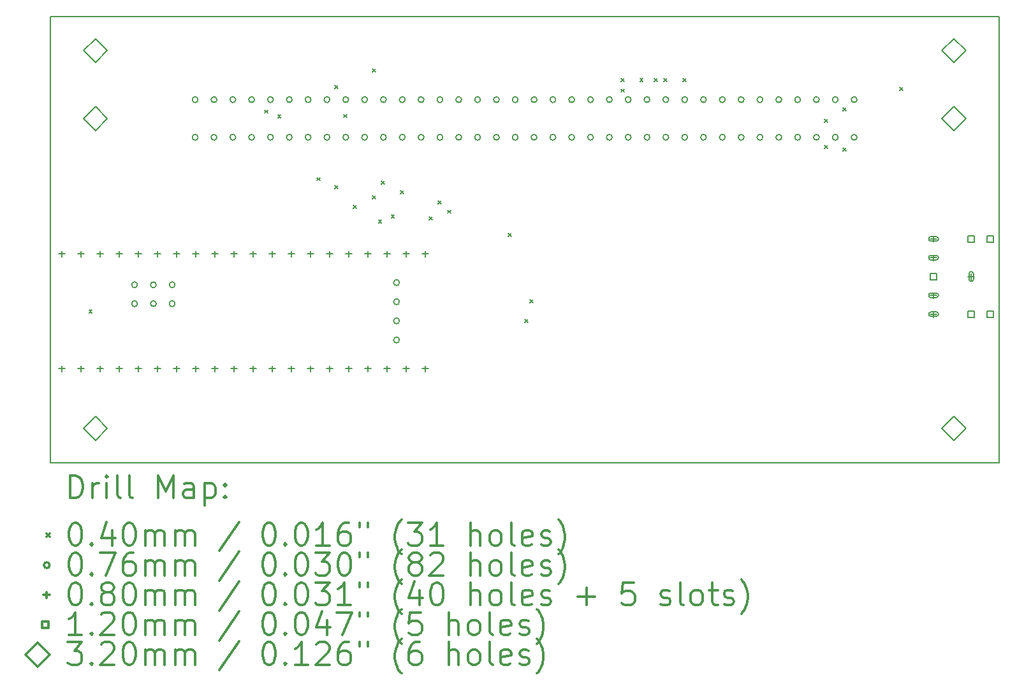
<source format=gbr>
%FSLAX45Y45*%
G04 Gerber Fmt 4.5, Leading zero omitted, Abs format (unit mm)*
G04 Created by KiCad (PCBNEW 4.0.4-stable) date 12/28/18 13:00:24*
%MOMM*%
%LPD*%
G01*
G04 APERTURE LIST*
%ADD10C,0.127000*%
%ADD11C,0.150000*%
%ADD12C,0.200000*%
%ADD13C,0.300000*%
G04 APERTURE END LIST*
D10*
D11*
X21150000Y-15070000D02*
X21150000Y-9150000D01*
X8550000Y-15070000D02*
X8550000Y-9150000D01*
X8550000Y-9150000D02*
X21150000Y-9150000D01*
X8550000Y-15070000D02*
X21150000Y-15070000D01*
D12*
X9065000Y-13042500D02*
X9105000Y-13082500D01*
X9105000Y-13042500D02*
X9065000Y-13082500D01*
X11400000Y-10390000D02*
X11440000Y-10430000D01*
X11440000Y-10390000D02*
X11400000Y-10430000D01*
X11573159Y-10450701D02*
X11613159Y-10490701D01*
X11613159Y-10450701D02*
X11573159Y-10490701D01*
X12094195Y-11285805D02*
X12134195Y-11325805D01*
X12134195Y-11285805D02*
X12094195Y-11325805D01*
X12330000Y-10060000D02*
X12370000Y-10100000D01*
X12370000Y-10060000D02*
X12330000Y-10100000D01*
X12331694Y-11395002D02*
X12371694Y-11435002D01*
X12371694Y-11395002D02*
X12331694Y-11435002D01*
X12450000Y-10447497D02*
X12490000Y-10487497D01*
X12490000Y-10447497D02*
X12450000Y-10487497D01*
X12575805Y-11655805D02*
X12615805Y-11695805D01*
X12615805Y-11655805D02*
X12575805Y-11695805D01*
X12830000Y-9840770D02*
X12870000Y-9880770D01*
X12870000Y-9840770D02*
X12830000Y-9880770D01*
X12830213Y-11527499D02*
X12870213Y-11567499D01*
X12870213Y-11527499D02*
X12830213Y-11567499D01*
X12910000Y-11852501D02*
X12950000Y-11892501D01*
X12950000Y-11852501D02*
X12910000Y-11892501D01*
X12950000Y-11332501D02*
X12990000Y-11372501D01*
X12990000Y-11332501D02*
X12950000Y-11372501D01*
X13080000Y-11780000D02*
X13120000Y-11820000D01*
X13120000Y-11780000D02*
X13080000Y-11820000D01*
X13200000Y-11460000D02*
X13240000Y-11500000D01*
X13240000Y-11460000D02*
X13200000Y-11500000D01*
X13580000Y-11810000D02*
X13620000Y-11850000D01*
X13620000Y-11810000D02*
X13580000Y-11850000D01*
X13700000Y-11592496D02*
X13740000Y-11632496D01*
X13740000Y-11592496D02*
X13700000Y-11632496D01*
X13830000Y-11717498D02*
X13870000Y-11757498D01*
X13870000Y-11717498D02*
X13830000Y-11757498D01*
X14630000Y-12025001D02*
X14670000Y-12065001D01*
X14670000Y-12025001D02*
X14630000Y-12065001D01*
X14852501Y-13170000D02*
X14892501Y-13210000D01*
X14892501Y-13170000D02*
X14852501Y-13210000D01*
X14920000Y-12910000D02*
X14960000Y-12950000D01*
X14960000Y-12910000D02*
X14920000Y-12950000D01*
X16130000Y-9970000D02*
X16170000Y-10010000D01*
X16170000Y-9970000D02*
X16130000Y-10010000D01*
X16130000Y-10110000D02*
X16170000Y-10150000D01*
X16170000Y-10110000D02*
X16130000Y-10150000D01*
X16380000Y-9969999D02*
X16420000Y-10009999D01*
X16420000Y-9969999D02*
X16380000Y-10009999D01*
X16570000Y-9970000D02*
X16610000Y-10010000D01*
X16610000Y-9970000D02*
X16570000Y-10010000D01*
X16700000Y-9970000D02*
X16740000Y-10010000D01*
X16740000Y-9970000D02*
X16700000Y-10010000D01*
X16950000Y-9970000D02*
X16990000Y-10010000D01*
X16990000Y-9970000D02*
X16950000Y-10010000D01*
X18830000Y-10510000D02*
X18870000Y-10550000D01*
X18870000Y-10510000D02*
X18830000Y-10550000D01*
X18830000Y-10860000D02*
X18870000Y-10900000D01*
X18870000Y-10860000D02*
X18830000Y-10900000D01*
X19080000Y-10357500D02*
X19120000Y-10397500D01*
X19120000Y-10357500D02*
X19080000Y-10397500D01*
X19080000Y-10890000D02*
X19120000Y-10930000D01*
X19120000Y-10890000D02*
X19080000Y-10930000D01*
X19830000Y-10090000D02*
X19870000Y-10130000D01*
X19870000Y-10090000D02*
X19830000Y-10130000D01*
X9708100Y-12710000D02*
G75*
G03X9708100Y-12710000I-38100J0D01*
G01*
X9708100Y-12960000D02*
G75*
G03X9708100Y-12960000I-38100J0D01*
G01*
X9958100Y-12710000D02*
G75*
G03X9958100Y-12710000I-38100J0D01*
G01*
X9958100Y-12960000D02*
G75*
G03X9958100Y-12960000I-38100J0D01*
G01*
X10208100Y-12710000D02*
G75*
G03X10208100Y-12710000I-38100J0D01*
G01*
X10208100Y-12960000D02*
G75*
G03X10208100Y-12960000I-38100J0D01*
G01*
X10513210Y-10250360D02*
G75*
G03X10513210Y-10250360I-38100J0D01*
G01*
X10513210Y-10750360D02*
G75*
G03X10513210Y-10750360I-38100J0D01*
G01*
X10763210Y-10250360D02*
G75*
G03X10763210Y-10250360I-38100J0D01*
G01*
X10763210Y-10750360D02*
G75*
G03X10763210Y-10750360I-38100J0D01*
G01*
X11013210Y-10250360D02*
G75*
G03X11013210Y-10250360I-38100J0D01*
G01*
X11013210Y-10750360D02*
G75*
G03X11013210Y-10750360I-38100J0D01*
G01*
X11263210Y-10250360D02*
G75*
G03X11263210Y-10250360I-38100J0D01*
G01*
X11263210Y-10750360D02*
G75*
G03X11263210Y-10750360I-38100J0D01*
G01*
X11513210Y-10250360D02*
G75*
G03X11513210Y-10250360I-38100J0D01*
G01*
X11513210Y-10750360D02*
G75*
G03X11513210Y-10750360I-38100J0D01*
G01*
X11763210Y-10250360D02*
G75*
G03X11763210Y-10250360I-38100J0D01*
G01*
X11763210Y-10750360D02*
G75*
G03X11763210Y-10750360I-38100J0D01*
G01*
X12013210Y-10250360D02*
G75*
G03X12013210Y-10250360I-38100J0D01*
G01*
X12013210Y-10750360D02*
G75*
G03X12013210Y-10750360I-38100J0D01*
G01*
X12263210Y-10250360D02*
G75*
G03X12263210Y-10250360I-38100J0D01*
G01*
X12263210Y-10750360D02*
G75*
G03X12263210Y-10750360I-38100J0D01*
G01*
X12513210Y-10250360D02*
G75*
G03X12513210Y-10250360I-38100J0D01*
G01*
X12513210Y-10750360D02*
G75*
G03X12513210Y-10750360I-38100J0D01*
G01*
X12763210Y-10250360D02*
G75*
G03X12763210Y-10250360I-38100J0D01*
G01*
X12763210Y-10750360D02*
G75*
G03X12763210Y-10750360I-38100J0D01*
G01*
X13013210Y-10250360D02*
G75*
G03X13013210Y-10250360I-38100J0D01*
G01*
X13013210Y-10750360D02*
G75*
G03X13013210Y-10750360I-38100J0D01*
G01*
X13187100Y-12681000D02*
G75*
G03X13187100Y-12681000I-38100J0D01*
G01*
X13187100Y-12935000D02*
G75*
G03X13187100Y-12935000I-38100J0D01*
G01*
X13187100Y-13189000D02*
G75*
G03X13187100Y-13189000I-38100J0D01*
G01*
X13187100Y-13443000D02*
G75*
G03X13187100Y-13443000I-38100J0D01*
G01*
X13263210Y-10250360D02*
G75*
G03X13263210Y-10250360I-38100J0D01*
G01*
X13263210Y-10750360D02*
G75*
G03X13263210Y-10750360I-38100J0D01*
G01*
X13513210Y-10250360D02*
G75*
G03X13513210Y-10250360I-38100J0D01*
G01*
X13513210Y-10750360D02*
G75*
G03X13513210Y-10750360I-38100J0D01*
G01*
X13763210Y-10250360D02*
G75*
G03X13763210Y-10250360I-38100J0D01*
G01*
X13763210Y-10750360D02*
G75*
G03X13763210Y-10750360I-38100J0D01*
G01*
X14013210Y-10250360D02*
G75*
G03X14013210Y-10250360I-38100J0D01*
G01*
X14013210Y-10750360D02*
G75*
G03X14013210Y-10750360I-38100J0D01*
G01*
X14263210Y-10250360D02*
G75*
G03X14263210Y-10250360I-38100J0D01*
G01*
X14263210Y-10750360D02*
G75*
G03X14263210Y-10750360I-38100J0D01*
G01*
X14513210Y-10250360D02*
G75*
G03X14513210Y-10250360I-38100J0D01*
G01*
X14513210Y-10750360D02*
G75*
G03X14513210Y-10750360I-38100J0D01*
G01*
X14763210Y-10250360D02*
G75*
G03X14763210Y-10250360I-38100J0D01*
G01*
X14763210Y-10750360D02*
G75*
G03X14763210Y-10750360I-38100J0D01*
G01*
X15013210Y-10250360D02*
G75*
G03X15013210Y-10250360I-38100J0D01*
G01*
X15013210Y-10750360D02*
G75*
G03X15013210Y-10750360I-38100J0D01*
G01*
X15263210Y-10250360D02*
G75*
G03X15263210Y-10250360I-38100J0D01*
G01*
X15263210Y-10750360D02*
G75*
G03X15263210Y-10750360I-38100J0D01*
G01*
X15513210Y-10250360D02*
G75*
G03X15513210Y-10250360I-38100J0D01*
G01*
X15513210Y-10750360D02*
G75*
G03X15513210Y-10750360I-38100J0D01*
G01*
X15763210Y-10250360D02*
G75*
G03X15763210Y-10250360I-38100J0D01*
G01*
X15763210Y-10750360D02*
G75*
G03X15763210Y-10750360I-38100J0D01*
G01*
X16013210Y-10250360D02*
G75*
G03X16013210Y-10250360I-38100J0D01*
G01*
X16013210Y-10750360D02*
G75*
G03X16013210Y-10750360I-38100J0D01*
G01*
X16263210Y-10250360D02*
G75*
G03X16263210Y-10250360I-38100J0D01*
G01*
X16263210Y-10750360D02*
G75*
G03X16263210Y-10750360I-38100J0D01*
G01*
X16513210Y-10250360D02*
G75*
G03X16513210Y-10250360I-38100J0D01*
G01*
X16513210Y-10750360D02*
G75*
G03X16513210Y-10750360I-38100J0D01*
G01*
X16763210Y-10250360D02*
G75*
G03X16763210Y-10250360I-38100J0D01*
G01*
X16763210Y-10750360D02*
G75*
G03X16763210Y-10750360I-38100J0D01*
G01*
X17013210Y-10250360D02*
G75*
G03X17013210Y-10250360I-38100J0D01*
G01*
X17013210Y-10750360D02*
G75*
G03X17013210Y-10750360I-38100J0D01*
G01*
X17263210Y-10250360D02*
G75*
G03X17263210Y-10250360I-38100J0D01*
G01*
X17263210Y-10750360D02*
G75*
G03X17263210Y-10750360I-38100J0D01*
G01*
X17513210Y-10250360D02*
G75*
G03X17513210Y-10250360I-38100J0D01*
G01*
X17513210Y-10750360D02*
G75*
G03X17513210Y-10750360I-38100J0D01*
G01*
X17763210Y-10250360D02*
G75*
G03X17763210Y-10250360I-38100J0D01*
G01*
X17763210Y-10750360D02*
G75*
G03X17763210Y-10750360I-38100J0D01*
G01*
X18013210Y-10250360D02*
G75*
G03X18013210Y-10250360I-38100J0D01*
G01*
X18013210Y-10750360D02*
G75*
G03X18013210Y-10750360I-38100J0D01*
G01*
X18263210Y-10250360D02*
G75*
G03X18263210Y-10250360I-38100J0D01*
G01*
X18263210Y-10750360D02*
G75*
G03X18263210Y-10750360I-38100J0D01*
G01*
X18513210Y-10250360D02*
G75*
G03X18513210Y-10250360I-38100J0D01*
G01*
X18513210Y-10750360D02*
G75*
G03X18513210Y-10750360I-38100J0D01*
G01*
X18763210Y-10250360D02*
G75*
G03X18763210Y-10250360I-38100J0D01*
G01*
X18763210Y-10750360D02*
G75*
G03X18763210Y-10750360I-38100J0D01*
G01*
X19013210Y-10250360D02*
G75*
G03X19013210Y-10250360I-38100J0D01*
G01*
X19013210Y-10750360D02*
G75*
G03X19013210Y-10750360I-38100J0D01*
G01*
X19263210Y-10250360D02*
G75*
G03X19263210Y-10250360I-38100J0D01*
G01*
X19263210Y-10750360D02*
G75*
G03X19263210Y-10750360I-38100J0D01*
G01*
X8704000Y-12260000D02*
X8704000Y-12340000D01*
X8664000Y-12300000D02*
X8744000Y-12300000D01*
X8704000Y-13784000D02*
X8704000Y-13864000D01*
X8664000Y-13824000D02*
X8744000Y-13824000D01*
X8958000Y-12260000D02*
X8958000Y-12340000D01*
X8918000Y-12300000D02*
X8998000Y-12300000D01*
X8958000Y-13784000D02*
X8958000Y-13864000D01*
X8918000Y-13824000D02*
X8998000Y-13824000D01*
X9212000Y-12260000D02*
X9212000Y-12340000D01*
X9172000Y-12300000D02*
X9252000Y-12300000D01*
X9212000Y-13784000D02*
X9212000Y-13864000D01*
X9172000Y-13824000D02*
X9252000Y-13824000D01*
X9466000Y-12260000D02*
X9466000Y-12340000D01*
X9426000Y-12300000D02*
X9506000Y-12300000D01*
X9466000Y-13784000D02*
X9466000Y-13864000D01*
X9426000Y-13824000D02*
X9506000Y-13824000D01*
X9720000Y-12260000D02*
X9720000Y-12340000D01*
X9680000Y-12300000D02*
X9760000Y-12300000D01*
X9720000Y-13784000D02*
X9720000Y-13864000D01*
X9680000Y-13824000D02*
X9760000Y-13824000D01*
X9974000Y-12260000D02*
X9974000Y-12340000D01*
X9934000Y-12300000D02*
X10014000Y-12300000D01*
X9974000Y-13784000D02*
X9974000Y-13864000D01*
X9934000Y-13824000D02*
X10014000Y-13824000D01*
X10228000Y-12260000D02*
X10228000Y-12340000D01*
X10188000Y-12300000D02*
X10268000Y-12300000D01*
X10228000Y-13784000D02*
X10228000Y-13864000D01*
X10188000Y-13824000D02*
X10268000Y-13824000D01*
X10482000Y-12260000D02*
X10482000Y-12340000D01*
X10442000Y-12300000D02*
X10522000Y-12300000D01*
X10482000Y-13784000D02*
X10482000Y-13864000D01*
X10442000Y-13824000D02*
X10522000Y-13824000D01*
X10736000Y-12260000D02*
X10736000Y-12340000D01*
X10696000Y-12300000D02*
X10776000Y-12300000D01*
X10736000Y-13784000D02*
X10736000Y-13864000D01*
X10696000Y-13824000D02*
X10776000Y-13824000D01*
X10990000Y-12260000D02*
X10990000Y-12340000D01*
X10950000Y-12300000D02*
X11030000Y-12300000D01*
X10990000Y-13784000D02*
X10990000Y-13864000D01*
X10950000Y-13824000D02*
X11030000Y-13824000D01*
X11244000Y-12260000D02*
X11244000Y-12340000D01*
X11204000Y-12300000D02*
X11284000Y-12300000D01*
X11244000Y-13784000D02*
X11244000Y-13864000D01*
X11204000Y-13824000D02*
X11284000Y-13824000D01*
X11498000Y-12260000D02*
X11498000Y-12340000D01*
X11458000Y-12300000D02*
X11538000Y-12300000D01*
X11498000Y-13784000D02*
X11498000Y-13864000D01*
X11458000Y-13824000D02*
X11538000Y-13824000D01*
X11752000Y-12260000D02*
X11752000Y-12340000D01*
X11712000Y-12300000D02*
X11792000Y-12300000D01*
X11752000Y-13784000D02*
X11752000Y-13864000D01*
X11712000Y-13824000D02*
X11792000Y-13824000D01*
X12006000Y-12260000D02*
X12006000Y-12340000D01*
X11966000Y-12300000D02*
X12046000Y-12300000D01*
X12006000Y-13784000D02*
X12006000Y-13864000D01*
X11966000Y-13824000D02*
X12046000Y-13824000D01*
X12260000Y-12260000D02*
X12260000Y-12340000D01*
X12220000Y-12300000D02*
X12300000Y-12300000D01*
X12260000Y-13784000D02*
X12260000Y-13864000D01*
X12220000Y-13824000D02*
X12300000Y-13824000D01*
X12514000Y-12260000D02*
X12514000Y-12340000D01*
X12474000Y-12300000D02*
X12554000Y-12300000D01*
X12514000Y-13784000D02*
X12514000Y-13864000D01*
X12474000Y-13824000D02*
X12554000Y-13824000D01*
X12768000Y-12260000D02*
X12768000Y-12340000D01*
X12728000Y-12300000D02*
X12808000Y-12300000D01*
X12768000Y-13784000D02*
X12768000Y-13864000D01*
X12728000Y-13824000D02*
X12808000Y-13824000D01*
X13022000Y-12260000D02*
X13022000Y-12340000D01*
X12982000Y-12300000D02*
X13062000Y-12300000D01*
X13022000Y-13784000D02*
X13022000Y-13864000D01*
X12982000Y-13824000D02*
X13062000Y-13824000D01*
X13276000Y-12260000D02*
X13276000Y-12340000D01*
X13236000Y-12300000D02*
X13316000Y-12300000D01*
X13276000Y-13784000D02*
X13276000Y-13864000D01*
X13236000Y-13824000D02*
X13316000Y-13824000D01*
X13530000Y-12260000D02*
X13530000Y-12340000D01*
X13490000Y-12300000D02*
X13570000Y-12300000D01*
X13530000Y-13784000D02*
X13530000Y-13864000D01*
X13490000Y-13824000D02*
X13570000Y-13824000D01*
X20280000Y-12060000D02*
X20280000Y-12140000D01*
X20240000Y-12100000D02*
X20320000Y-12100000D01*
X20315000Y-12070000D02*
X20245000Y-12070000D01*
X20315000Y-12130000D02*
X20245000Y-12130000D01*
X20245000Y-12070000D02*
G75*
G03X20245000Y-12130000I0J-30000D01*
G01*
X20315000Y-12130000D02*
G75*
G03X20315000Y-12070000I0J30000D01*
G01*
X20280000Y-12310000D02*
X20280000Y-12390000D01*
X20240000Y-12350000D02*
X20320000Y-12350000D01*
X20315000Y-12320000D02*
X20245000Y-12320000D01*
X20315000Y-12380000D02*
X20245000Y-12380000D01*
X20245000Y-12320000D02*
G75*
G03X20245000Y-12380000I0J-30000D01*
G01*
X20315000Y-12380000D02*
G75*
G03X20315000Y-12320000I0J30000D01*
G01*
X20280000Y-12810000D02*
X20280000Y-12890000D01*
X20240000Y-12850000D02*
X20320000Y-12850000D01*
X20315000Y-12820000D02*
X20245000Y-12820000D01*
X20315000Y-12880000D02*
X20245000Y-12880000D01*
X20245000Y-12820000D02*
G75*
G03X20245000Y-12880000I0J-30000D01*
G01*
X20315000Y-12880000D02*
G75*
G03X20315000Y-12820000I0J30000D01*
G01*
X20280000Y-13060000D02*
X20280000Y-13140000D01*
X20240000Y-13100000D02*
X20320000Y-13100000D01*
X20315000Y-13070000D02*
X20245000Y-13070000D01*
X20315000Y-13130000D02*
X20245000Y-13130000D01*
X20245000Y-13070000D02*
G75*
G03X20245000Y-13130000I0J-30000D01*
G01*
X20315000Y-13130000D02*
G75*
G03X20315000Y-13070000I0J30000D01*
G01*
X20780000Y-12560000D02*
X20780000Y-12640000D01*
X20740000Y-12600000D02*
X20820000Y-12600000D01*
X20810000Y-12635000D02*
X20810000Y-12565000D01*
X20750000Y-12635000D02*
X20750000Y-12565000D01*
X20810000Y-12565000D02*
G75*
G03X20750000Y-12565000I-30000J0D01*
G01*
X20750000Y-12635000D02*
G75*
G03X20810000Y-12635000I30000J0D01*
G01*
X20322427Y-12642427D02*
X20322427Y-12557573D01*
X20237573Y-12557573D01*
X20237573Y-12642427D01*
X20322427Y-12642427D01*
X20822427Y-12142427D02*
X20822427Y-12057573D01*
X20737573Y-12057573D01*
X20737573Y-12142427D01*
X20822427Y-12142427D01*
X20822427Y-13142427D02*
X20822427Y-13057573D01*
X20737573Y-13057573D01*
X20737573Y-13142427D01*
X20822427Y-13142427D01*
X21072427Y-12142427D02*
X21072427Y-12057573D01*
X20987573Y-12057573D01*
X20987573Y-12142427D01*
X21072427Y-12142427D01*
X21072427Y-13142427D02*
X21072427Y-13057573D01*
X20987573Y-13057573D01*
X20987573Y-13142427D01*
X21072427Y-13142427D01*
X9150000Y-9760000D02*
X9310000Y-9600000D01*
X9150000Y-9440000D01*
X8990000Y-9600000D01*
X9150000Y-9760000D01*
X9150000Y-14780000D02*
X9310000Y-14620000D01*
X9150000Y-14460000D01*
X8990000Y-14620000D01*
X9150000Y-14780000D01*
X9150110Y-10660360D02*
X9310110Y-10500360D01*
X9150110Y-10340360D01*
X8990110Y-10500360D01*
X9150110Y-10660360D01*
X20550000Y-9760000D02*
X20710000Y-9600000D01*
X20550000Y-9440000D01*
X20390000Y-9600000D01*
X20550000Y-9760000D01*
X20550000Y-14780000D02*
X20710000Y-14620000D01*
X20550000Y-14460000D01*
X20390000Y-14620000D01*
X20550000Y-14780000D01*
X20550110Y-10660360D02*
X20710110Y-10500360D01*
X20550110Y-10340360D01*
X20390110Y-10500360D01*
X20550110Y-10660360D01*
D13*
X8813929Y-15543214D02*
X8813929Y-15243214D01*
X8885357Y-15243214D01*
X8928214Y-15257500D01*
X8956786Y-15286071D01*
X8971071Y-15314643D01*
X8985357Y-15371786D01*
X8985357Y-15414643D01*
X8971071Y-15471786D01*
X8956786Y-15500357D01*
X8928214Y-15528929D01*
X8885357Y-15543214D01*
X8813929Y-15543214D01*
X9113929Y-15543214D02*
X9113929Y-15343214D01*
X9113929Y-15400357D02*
X9128214Y-15371786D01*
X9142500Y-15357500D01*
X9171071Y-15343214D01*
X9199643Y-15343214D01*
X9299643Y-15543214D02*
X9299643Y-15343214D01*
X9299643Y-15243214D02*
X9285357Y-15257500D01*
X9299643Y-15271786D01*
X9313929Y-15257500D01*
X9299643Y-15243214D01*
X9299643Y-15271786D01*
X9485357Y-15543214D02*
X9456786Y-15528929D01*
X9442500Y-15500357D01*
X9442500Y-15243214D01*
X9642500Y-15543214D02*
X9613929Y-15528929D01*
X9599643Y-15500357D01*
X9599643Y-15243214D01*
X9985357Y-15543214D02*
X9985357Y-15243214D01*
X10085357Y-15457500D01*
X10185357Y-15243214D01*
X10185357Y-15543214D01*
X10456786Y-15543214D02*
X10456786Y-15386071D01*
X10442500Y-15357500D01*
X10413929Y-15343214D01*
X10356786Y-15343214D01*
X10328214Y-15357500D01*
X10456786Y-15528929D02*
X10428214Y-15543214D01*
X10356786Y-15543214D01*
X10328214Y-15528929D01*
X10313929Y-15500357D01*
X10313929Y-15471786D01*
X10328214Y-15443214D01*
X10356786Y-15428929D01*
X10428214Y-15428929D01*
X10456786Y-15414643D01*
X10599643Y-15343214D02*
X10599643Y-15643214D01*
X10599643Y-15357500D02*
X10628214Y-15343214D01*
X10685357Y-15343214D01*
X10713929Y-15357500D01*
X10728214Y-15371786D01*
X10742500Y-15400357D01*
X10742500Y-15486071D01*
X10728214Y-15514643D01*
X10713929Y-15528929D01*
X10685357Y-15543214D01*
X10628214Y-15543214D01*
X10599643Y-15528929D01*
X10871071Y-15514643D02*
X10885357Y-15528929D01*
X10871071Y-15543214D01*
X10856786Y-15528929D01*
X10871071Y-15514643D01*
X10871071Y-15543214D01*
X10871071Y-15357500D02*
X10885357Y-15371786D01*
X10871071Y-15386071D01*
X10856786Y-15371786D01*
X10871071Y-15357500D01*
X10871071Y-15386071D01*
X8502500Y-16017500D02*
X8542500Y-16057500D01*
X8542500Y-16017500D02*
X8502500Y-16057500D01*
X8871071Y-15873214D02*
X8899643Y-15873214D01*
X8928214Y-15887500D01*
X8942500Y-15901786D01*
X8956786Y-15930357D01*
X8971071Y-15987500D01*
X8971071Y-16058929D01*
X8956786Y-16116071D01*
X8942500Y-16144643D01*
X8928214Y-16158929D01*
X8899643Y-16173214D01*
X8871071Y-16173214D01*
X8842500Y-16158929D01*
X8828214Y-16144643D01*
X8813929Y-16116071D01*
X8799643Y-16058929D01*
X8799643Y-15987500D01*
X8813929Y-15930357D01*
X8828214Y-15901786D01*
X8842500Y-15887500D01*
X8871071Y-15873214D01*
X9099643Y-16144643D02*
X9113929Y-16158929D01*
X9099643Y-16173214D01*
X9085357Y-16158929D01*
X9099643Y-16144643D01*
X9099643Y-16173214D01*
X9371071Y-15973214D02*
X9371071Y-16173214D01*
X9299643Y-15858929D02*
X9228214Y-16073214D01*
X9413928Y-16073214D01*
X9585357Y-15873214D02*
X9613929Y-15873214D01*
X9642500Y-15887500D01*
X9656786Y-15901786D01*
X9671071Y-15930357D01*
X9685357Y-15987500D01*
X9685357Y-16058929D01*
X9671071Y-16116071D01*
X9656786Y-16144643D01*
X9642500Y-16158929D01*
X9613929Y-16173214D01*
X9585357Y-16173214D01*
X9556786Y-16158929D01*
X9542500Y-16144643D01*
X9528214Y-16116071D01*
X9513929Y-16058929D01*
X9513929Y-15987500D01*
X9528214Y-15930357D01*
X9542500Y-15901786D01*
X9556786Y-15887500D01*
X9585357Y-15873214D01*
X9813929Y-16173214D02*
X9813929Y-15973214D01*
X9813929Y-16001786D02*
X9828214Y-15987500D01*
X9856786Y-15973214D01*
X9899643Y-15973214D01*
X9928214Y-15987500D01*
X9942500Y-16016071D01*
X9942500Y-16173214D01*
X9942500Y-16016071D02*
X9956786Y-15987500D01*
X9985357Y-15973214D01*
X10028214Y-15973214D01*
X10056786Y-15987500D01*
X10071071Y-16016071D01*
X10071071Y-16173214D01*
X10213929Y-16173214D02*
X10213929Y-15973214D01*
X10213929Y-16001786D02*
X10228214Y-15987500D01*
X10256786Y-15973214D01*
X10299643Y-15973214D01*
X10328214Y-15987500D01*
X10342500Y-16016071D01*
X10342500Y-16173214D01*
X10342500Y-16016071D02*
X10356786Y-15987500D01*
X10385357Y-15973214D01*
X10428214Y-15973214D01*
X10456786Y-15987500D01*
X10471071Y-16016071D01*
X10471071Y-16173214D01*
X11056786Y-15858929D02*
X10799643Y-16244643D01*
X11442500Y-15873214D02*
X11471071Y-15873214D01*
X11499643Y-15887500D01*
X11513928Y-15901786D01*
X11528214Y-15930357D01*
X11542500Y-15987500D01*
X11542500Y-16058929D01*
X11528214Y-16116071D01*
X11513928Y-16144643D01*
X11499643Y-16158929D01*
X11471071Y-16173214D01*
X11442500Y-16173214D01*
X11413928Y-16158929D01*
X11399643Y-16144643D01*
X11385357Y-16116071D01*
X11371071Y-16058929D01*
X11371071Y-15987500D01*
X11385357Y-15930357D01*
X11399643Y-15901786D01*
X11413928Y-15887500D01*
X11442500Y-15873214D01*
X11671071Y-16144643D02*
X11685357Y-16158929D01*
X11671071Y-16173214D01*
X11656786Y-16158929D01*
X11671071Y-16144643D01*
X11671071Y-16173214D01*
X11871071Y-15873214D02*
X11899643Y-15873214D01*
X11928214Y-15887500D01*
X11942500Y-15901786D01*
X11956785Y-15930357D01*
X11971071Y-15987500D01*
X11971071Y-16058929D01*
X11956785Y-16116071D01*
X11942500Y-16144643D01*
X11928214Y-16158929D01*
X11899643Y-16173214D01*
X11871071Y-16173214D01*
X11842500Y-16158929D01*
X11828214Y-16144643D01*
X11813928Y-16116071D01*
X11799643Y-16058929D01*
X11799643Y-15987500D01*
X11813928Y-15930357D01*
X11828214Y-15901786D01*
X11842500Y-15887500D01*
X11871071Y-15873214D01*
X12256785Y-16173214D02*
X12085357Y-16173214D01*
X12171071Y-16173214D02*
X12171071Y-15873214D01*
X12142500Y-15916071D01*
X12113928Y-15944643D01*
X12085357Y-15958929D01*
X12513928Y-15873214D02*
X12456785Y-15873214D01*
X12428214Y-15887500D01*
X12413928Y-15901786D01*
X12385357Y-15944643D01*
X12371071Y-16001786D01*
X12371071Y-16116071D01*
X12385357Y-16144643D01*
X12399643Y-16158929D01*
X12428214Y-16173214D01*
X12485357Y-16173214D01*
X12513928Y-16158929D01*
X12528214Y-16144643D01*
X12542500Y-16116071D01*
X12542500Y-16044643D01*
X12528214Y-16016071D01*
X12513928Y-16001786D01*
X12485357Y-15987500D01*
X12428214Y-15987500D01*
X12399643Y-16001786D01*
X12385357Y-16016071D01*
X12371071Y-16044643D01*
X12656786Y-15873214D02*
X12656786Y-15930357D01*
X12771071Y-15873214D02*
X12771071Y-15930357D01*
X13213928Y-16287500D02*
X13199643Y-16273214D01*
X13171071Y-16230357D01*
X13156785Y-16201786D01*
X13142500Y-16158929D01*
X13128214Y-16087500D01*
X13128214Y-16030357D01*
X13142500Y-15958929D01*
X13156785Y-15916071D01*
X13171071Y-15887500D01*
X13199643Y-15844643D01*
X13213928Y-15830357D01*
X13299643Y-15873214D02*
X13485357Y-15873214D01*
X13385357Y-15987500D01*
X13428214Y-15987500D01*
X13456785Y-16001786D01*
X13471071Y-16016071D01*
X13485357Y-16044643D01*
X13485357Y-16116071D01*
X13471071Y-16144643D01*
X13456785Y-16158929D01*
X13428214Y-16173214D01*
X13342500Y-16173214D01*
X13313928Y-16158929D01*
X13299643Y-16144643D01*
X13771071Y-16173214D02*
X13599643Y-16173214D01*
X13685357Y-16173214D02*
X13685357Y-15873214D01*
X13656785Y-15916071D01*
X13628214Y-15944643D01*
X13599643Y-15958929D01*
X14128214Y-16173214D02*
X14128214Y-15873214D01*
X14256785Y-16173214D02*
X14256785Y-16016071D01*
X14242500Y-15987500D01*
X14213928Y-15973214D01*
X14171071Y-15973214D01*
X14142500Y-15987500D01*
X14128214Y-16001786D01*
X14442500Y-16173214D02*
X14413928Y-16158929D01*
X14399643Y-16144643D01*
X14385357Y-16116071D01*
X14385357Y-16030357D01*
X14399643Y-16001786D01*
X14413928Y-15987500D01*
X14442500Y-15973214D01*
X14485357Y-15973214D01*
X14513928Y-15987500D01*
X14528214Y-16001786D01*
X14542500Y-16030357D01*
X14542500Y-16116071D01*
X14528214Y-16144643D01*
X14513928Y-16158929D01*
X14485357Y-16173214D01*
X14442500Y-16173214D01*
X14713928Y-16173214D02*
X14685357Y-16158929D01*
X14671071Y-16130357D01*
X14671071Y-15873214D01*
X14942500Y-16158929D02*
X14913928Y-16173214D01*
X14856786Y-16173214D01*
X14828214Y-16158929D01*
X14813928Y-16130357D01*
X14813928Y-16016071D01*
X14828214Y-15987500D01*
X14856786Y-15973214D01*
X14913928Y-15973214D01*
X14942500Y-15987500D01*
X14956786Y-16016071D01*
X14956786Y-16044643D01*
X14813928Y-16073214D01*
X15071071Y-16158929D02*
X15099643Y-16173214D01*
X15156786Y-16173214D01*
X15185357Y-16158929D01*
X15199643Y-16130357D01*
X15199643Y-16116071D01*
X15185357Y-16087500D01*
X15156786Y-16073214D01*
X15113928Y-16073214D01*
X15085357Y-16058929D01*
X15071071Y-16030357D01*
X15071071Y-16016071D01*
X15085357Y-15987500D01*
X15113928Y-15973214D01*
X15156786Y-15973214D01*
X15185357Y-15987500D01*
X15299643Y-16287500D02*
X15313928Y-16273214D01*
X15342500Y-16230357D01*
X15356786Y-16201786D01*
X15371071Y-16158929D01*
X15385357Y-16087500D01*
X15385357Y-16030357D01*
X15371071Y-15958929D01*
X15356786Y-15916071D01*
X15342500Y-15887500D01*
X15313928Y-15844643D01*
X15299643Y-15830357D01*
X8542500Y-16433500D02*
G75*
G03X8542500Y-16433500I-38100J0D01*
G01*
X8871071Y-16269214D02*
X8899643Y-16269214D01*
X8928214Y-16283500D01*
X8942500Y-16297786D01*
X8956786Y-16326357D01*
X8971071Y-16383500D01*
X8971071Y-16454929D01*
X8956786Y-16512071D01*
X8942500Y-16540643D01*
X8928214Y-16554929D01*
X8899643Y-16569214D01*
X8871071Y-16569214D01*
X8842500Y-16554929D01*
X8828214Y-16540643D01*
X8813929Y-16512071D01*
X8799643Y-16454929D01*
X8799643Y-16383500D01*
X8813929Y-16326357D01*
X8828214Y-16297786D01*
X8842500Y-16283500D01*
X8871071Y-16269214D01*
X9099643Y-16540643D02*
X9113929Y-16554929D01*
X9099643Y-16569214D01*
X9085357Y-16554929D01*
X9099643Y-16540643D01*
X9099643Y-16569214D01*
X9213928Y-16269214D02*
X9413928Y-16269214D01*
X9285357Y-16569214D01*
X9656786Y-16269214D02*
X9599643Y-16269214D01*
X9571071Y-16283500D01*
X9556786Y-16297786D01*
X9528214Y-16340643D01*
X9513929Y-16397786D01*
X9513929Y-16512071D01*
X9528214Y-16540643D01*
X9542500Y-16554929D01*
X9571071Y-16569214D01*
X9628214Y-16569214D01*
X9656786Y-16554929D01*
X9671071Y-16540643D01*
X9685357Y-16512071D01*
X9685357Y-16440643D01*
X9671071Y-16412071D01*
X9656786Y-16397786D01*
X9628214Y-16383500D01*
X9571071Y-16383500D01*
X9542500Y-16397786D01*
X9528214Y-16412071D01*
X9513929Y-16440643D01*
X9813929Y-16569214D02*
X9813929Y-16369214D01*
X9813929Y-16397786D02*
X9828214Y-16383500D01*
X9856786Y-16369214D01*
X9899643Y-16369214D01*
X9928214Y-16383500D01*
X9942500Y-16412071D01*
X9942500Y-16569214D01*
X9942500Y-16412071D02*
X9956786Y-16383500D01*
X9985357Y-16369214D01*
X10028214Y-16369214D01*
X10056786Y-16383500D01*
X10071071Y-16412071D01*
X10071071Y-16569214D01*
X10213929Y-16569214D02*
X10213929Y-16369214D01*
X10213929Y-16397786D02*
X10228214Y-16383500D01*
X10256786Y-16369214D01*
X10299643Y-16369214D01*
X10328214Y-16383500D01*
X10342500Y-16412071D01*
X10342500Y-16569214D01*
X10342500Y-16412071D02*
X10356786Y-16383500D01*
X10385357Y-16369214D01*
X10428214Y-16369214D01*
X10456786Y-16383500D01*
X10471071Y-16412071D01*
X10471071Y-16569214D01*
X11056786Y-16254929D02*
X10799643Y-16640643D01*
X11442500Y-16269214D02*
X11471071Y-16269214D01*
X11499643Y-16283500D01*
X11513928Y-16297786D01*
X11528214Y-16326357D01*
X11542500Y-16383500D01*
X11542500Y-16454929D01*
X11528214Y-16512071D01*
X11513928Y-16540643D01*
X11499643Y-16554929D01*
X11471071Y-16569214D01*
X11442500Y-16569214D01*
X11413928Y-16554929D01*
X11399643Y-16540643D01*
X11385357Y-16512071D01*
X11371071Y-16454929D01*
X11371071Y-16383500D01*
X11385357Y-16326357D01*
X11399643Y-16297786D01*
X11413928Y-16283500D01*
X11442500Y-16269214D01*
X11671071Y-16540643D02*
X11685357Y-16554929D01*
X11671071Y-16569214D01*
X11656786Y-16554929D01*
X11671071Y-16540643D01*
X11671071Y-16569214D01*
X11871071Y-16269214D02*
X11899643Y-16269214D01*
X11928214Y-16283500D01*
X11942500Y-16297786D01*
X11956785Y-16326357D01*
X11971071Y-16383500D01*
X11971071Y-16454929D01*
X11956785Y-16512071D01*
X11942500Y-16540643D01*
X11928214Y-16554929D01*
X11899643Y-16569214D01*
X11871071Y-16569214D01*
X11842500Y-16554929D01*
X11828214Y-16540643D01*
X11813928Y-16512071D01*
X11799643Y-16454929D01*
X11799643Y-16383500D01*
X11813928Y-16326357D01*
X11828214Y-16297786D01*
X11842500Y-16283500D01*
X11871071Y-16269214D01*
X12071071Y-16269214D02*
X12256785Y-16269214D01*
X12156785Y-16383500D01*
X12199643Y-16383500D01*
X12228214Y-16397786D01*
X12242500Y-16412071D01*
X12256785Y-16440643D01*
X12256785Y-16512071D01*
X12242500Y-16540643D01*
X12228214Y-16554929D01*
X12199643Y-16569214D01*
X12113928Y-16569214D01*
X12085357Y-16554929D01*
X12071071Y-16540643D01*
X12442500Y-16269214D02*
X12471071Y-16269214D01*
X12499643Y-16283500D01*
X12513928Y-16297786D01*
X12528214Y-16326357D01*
X12542500Y-16383500D01*
X12542500Y-16454929D01*
X12528214Y-16512071D01*
X12513928Y-16540643D01*
X12499643Y-16554929D01*
X12471071Y-16569214D01*
X12442500Y-16569214D01*
X12413928Y-16554929D01*
X12399643Y-16540643D01*
X12385357Y-16512071D01*
X12371071Y-16454929D01*
X12371071Y-16383500D01*
X12385357Y-16326357D01*
X12399643Y-16297786D01*
X12413928Y-16283500D01*
X12442500Y-16269214D01*
X12656786Y-16269214D02*
X12656786Y-16326357D01*
X12771071Y-16269214D02*
X12771071Y-16326357D01*
X13213928Y-16683500D02*
X13199643Y-16669214D01*
X13171071Y-16626357D01*
X13156785Y-16597786D01*
X13142500Y-16554929D01*
X13128214Y-16483500D01*
X13128214Y-16426357D01*
X13142500Y-16354929D01*
X13156785Y-16312071D01*
X13171071Y-16283500D01*
X13199643Y-16240643D01*
X13213928Y-16226357D01*
X13371071Y-16397786D02*
X13342500Y-16383500D01*
X13328214Y-16369214D01*
X13313928Y-16340643D01*
X13313928Y-16326357D01*
X13328214Y-16297786D01*
X13342500Y-16283500D01*
X13371071Y-16269214D01*
X13428214Y-16269214D01*
X13456785Y-16283500D01*
X13471071Y-16297786D01*
X13485357Y-16326357D01*
X13485357Y-16340643D01*
X13471071Y-16369214D01*
X13456785Y-16383500D01*
X13428214Y-16397786D01*
X13371071Y-16397786D01*
X13342500Y-16412071D01*
X13328214Y-16426357D01*
X13313928Y-16454929D01*
X13313928Y-16512071D01*
X13328214Y-16540643D01*
X13342500Y-16554929D01*
X13371071Y-16569214D01*
X13428214Y-16569214D01*
X13456785Y-16554929D01*
X13471071Y-16540643D01*
X13485357Y-16512071D01*
X13485357Y-16454929D01*
X13471071Y-16426357D01*
X13456785Y-16412071D01*
X13428214Y-16397786D01*
X13599643Y-16297786D02*
X13613928Y-16283500D01*
X13642500Y-16269214D01*
X13713928Y-16269214D01*
X13742500Y-16283500D01*
X13756785Y-16297786D01*
X13771071Y-16326357D01*
X13771071Y-16354929D01*
X13756785Y-16397786D01*
X13585357Y-16569214D01*
X13771071Y-16569214D01*
X14128214Y-16569214D02*
X14128214Y-16269214D01*
X14256785Y-16569214D02*
X14256785Y-16412071D01*
X14242500Y-16383500D01*
X14213928Y-16369214D01*
X14171071Y-16369214D01*
X14142500Y-16383500D01*
X14128214Y-16397786D01*
X14442500Y-16569214D02*
X14413928Y-16554929D01*
X14399643Y-16540643D01*
X14385357Y-16512071D01*
X14385357Y-16426357D01*
X14399643Y-16397786D01*
X14413928Y-16383500D01*
X14442500Y-16369214D01*
X14485357Y-16369214D01*
X14513928Y-16383500D01*
X14528214Y-16397786D01*
X14542500Y-16426357D01*
X14542500Y-16512071D01*
X14528214Y-16540643D01*
X14513928Y-16554929D01*
X14485357Y-16569214D01*
X14442500Y-16569214D01*
X14713928Y-16569214D02*
X14685357Y-16554929D01*
X14671071Y-16526357D01*
X14671071Y-16269214D01*
X14942500Y-16554929D02*
X14913928Y-16569214D01*
X14856786Y-16569214D01*
X14828214Y-16554929D01*
X14813928Y-16526357D01*
X14813928Y-16412071D01*
X14828214Y-16383500D01*
X14856786Y-16369214D01*
X14913928Y-16369214D01*
X14942500Y-16383500D01*
X14956786Y-16412071D01*
X14956786Y-16440643D01*
X14813928Y-16469214D01*
X15071071Y-16554929D02*
X15099643Y-16569214D01*
X15156786Y-16569214D01*
X15185357Y-16554929D01*
X15199643Y-16526357D01*
X15199643Y-16512071D01*
X15185357Y-16483500D01*
X15156786Y-16469214D01*
X15113928Y-16469214D01*
X15085357Y-16454929D01*
X15071071Y-16426357D01*
X15071071Y-16412071D01*
X15085357Y-16383500D01*
X15113928Y-16369214D01*
X15156786Y-16369214D01*
X15185357Y-16383500D01*
X15299643Y-16683500D02*
X15313928Y-16669214D01*
X15342500Y-16626357D01*
X15356786Y-16597786D01*
X15371071Y-16554929D01*
X15385357Y-16483500D01*
X15385357Y-16426357D01*
X15371071Y-16354929D01*
X15356786Y-16312071D01*
X15342500Y-16283500D01*
X15313928Y-16240643D01*
X15299643Y-16226357D01*
X8502500Y-16789500D02*
X8502500Y-16869500D01*
X8462500Y-16829500D02*
X8542500Y-16829500D01*
X8871071Y-16665214D02*
X8899643Y-16665214D01*
X8928214Y-16679500D01*
X8942500Y-16693786D01*
X8956786Y-16722357D01*
X8971071Y-16779500D01*
X8971071Y-16850929D01*
X8956786Y-16908072D01*
X8942500Y-16936643D01*
X8928214Y-16950929D01*
X8899643Y-16965214D01*
X8871071Y-16965214D01*
X8842500Y-16950929D01*
X8828214Y-16936643D01*
X8813929Y-16908072D01*
X8799643Y-16850929D01*
X8799643Y-16779500D01*
X8813929Y-16722357D01*
X8828214Y-16693786D01*
X8842500Y-16679500D01*
X8871071Y-16665214D01*
X9099643Y-16936643D02*
X9113929Y-16950929D01*
X9099643Y-16965214D01*
X9085357Y-16950929D01*
X9099643Y-16936643D01*
X9099643Y-16965214D01*
X9285357Y-16793786D02*
X9256786Y-16779500D01*
X9242500Y-16765214D01*
X9228214Y-16736643D01*
X9228214Y-16722357D01*
X9242500Y-16693786D01*
X9256786Y-16679500D01*
X9285357Y-16665214D01*
X9342500Y-16665214D01*
X9371071Y-16679500D01*
X9385357Y-16693786D01*
X9399643Y-16722357D01*
X9399643Y-16736643D01*
X9385357Y-16765214D01*
X9371071Y-16779500D01*
X9342500Y-16793786D01*
X9285357Y-16793786D01*
X9256786Y-16808072D01*
X9242500Y-16822357D01*
X9228214Y-16850929D01*
X9228214Y-16908072D01*
X9242500Y-16936643D01*
X9256786Y-16950929D01*
X9285357Y-16965214D01*
X9342500Y-16965214D01*
X9371071Y-16950929D01*
X9385357Y-16936643D01*
X9399643Y-16908072D01*
X9399643Y-16850929D01*
X9385357Y-16822357D01*
X9371071Y-16808072D01*
X9342500Y-16793786D01*
X9585357Y-16665214D02*
X9613929Y-16665214D01*
X9642500Y-16679500D01*
X9656786Y-16693786D01*
X9671071Y-16722357D01*
X9685357Y-16779500D01*
X9685357Y-16850929D01*
X9671071Y-16908072D01*
X9656786Y-16936643D01*
X9642500Y-16950929D01*
X9613929Y-16965214D01*
X9585357Y-16965214D01*
X9556786Y-16950929D01*
X9542500Y-16936643D01*
X9528214Y-16908072D01*
X9513929Y-16850929D01*
X9513929Y-16779500D01*
X9528214Y-16722357D01*
X9542500Y-16693786D01*
X9556786Y-16679500D01*
X9585357Y-16665214D01*
X9813929Y-16965214D02*
X9813929Y-16765214D01*
X9813929Y-16793786D02*
X9828214Y-16779500D01*
X9856786Y-16765214D01*
X9899643Y-16765214D01*
X9928214Y-16779500D01*
X9942500Y-16808072D01*
X9942500Y-16965214D01*
X9942500Y-16808072D02*
X9956786Y-16779500D01*
X9985357Y-16765214D01*
X10028214Y-16765214D01*
X10056786Y-16779500D01*
X10071071Y-16808072D01*
X10071071Y-16965214D01*
X10213929Y-16965214D02*
X10213929Y-16765214D01*
X10213929Y-16793786D02*
X10228214Y-16779500D01*
X10256786Y-16765214D01*
X10299643Y-16765214D01*
X10328214Y-16779500D01*
X10342500Y-16808072D01*
X10342500Y-16965214D01*
X10342500Y-16808072D02*
X10356786Y-16779500D01*
X10385357Y-16765214D01*
X10428214Y-16765214D01*
X10456786Y-16779500D01*
X10471071Y-16808072D01*
X10471071Y-16965214D01*
X11056786Y-16650929D02*
X10799643Y-17036643D01*
X11442500Y-16665214D02*
X11471071Y-16665214D01*
X11499643Y-16679500D01*
X11513928Y-16693786D01*
X11528214Y-16722357D01*
X11542500Y-16779500D01*
X11542500Y-16850929D01*
X11528214Y-16908072D01*
X11513928Y-16936643D01*
X11499643Y-16950929D01*
X11471071Y-16965214D01*
X11442500Y-16965214D01*
X11413928Y-16950929D01*
X11399643Y-16936643D01*
X11385357Y-16908072D01*
X11371071Y-16850929D01*
X11371071Y-16779500D01*
X11385357Y-16722357D01*
X11399643Y-16693786D01*
X11413928Y-16679500D01*
X11442500Y-16665214D01*
X11671071Y-16936643D02*
X11685357Y-16950929D01*
X11671071Y-16965214D01*
X11656786Y-16950929D01*
X11671071Y-16936643D01*
X11671071Y-16965214D01*
X11871071Y-16665214D02*
X11899643Y-16665214D01*
X11928214Y-16679500D01*
X11942500Y-16693786D01*
X11956785Y-16722357D01*
X11971071Y-16779500D01*
X11971071Y-16850929D01*
X11956785Y-16908072D01*
X11942500Y-16936643D01*
X11928214Y-16950929D01*
X11899643Y-16965214D01*
X11871071Y-16965214D01*
X11842500Y-16950929D01*
X11828214Y-16936643D01*
X11813928Y-16908072D01*
X11799643Y-16850929D01*
X11799643Y-16779500D01*
X11813928Y-16722357D01*
X11828214Y-16693786D01*
X11842500Y-16679500D01*
X11871071Y-16665214D01*
X12071071Y-16665214D02*
X12256785Y-16665214D01*
X12156785Y-16779500D01*
X12199643Y-16779500D01*
X12228214Y-16793786D01*
X12242500Y-16808072D01*
X12256785Y-16836643D01*
X12256785Y-16908072D01*
X12242500Y-16936643D01*
X12228214Y-16950929D01*
X12199643Y-16965214D01*
X12113928Y-16965214D01*
X12085357Y-16950929D01*
X12071071Y-16936643D01*
X12542500Y-16965214D02*
X12371071Y-16965214D01*
X12456785Y-16965214D02*
X12456785Y-16665214D01*
X12428214Y-16708071D01*
X12399643Y-16736643D01*
X12371071Y-16750929D01*
X12656786Y-16665214D02*
X12656786Y-16722357D01*
X12771071Y-16665214D02*
X12771071Y-16722357D01*
X13213928Y-17079500D02*
X13199643Y-17065214D01*
X13171071Y-17022357D01*
X13156785Y-16993786D01*
X13142500Y-16950929D01*
X13128214Y-16879500D01*
X13128214Y-16822357D01*
X13142500Y-16750929D01*
X13156785Y-16708071D01*
X13171071Y-16679500D01*
X13199643Y-16636643D01*
X13213928Y-16622357D01*
X13456785Y-16765214D02*
X13456785Y-16965214D01*
X13385357Y-16650929D02*
X13313928Y-16865214D01*
X13499643Y-16865214D01*
X13671071Y-16665214D02*
X13699643Y-16665214D01*
X13728214Y-16679500D01*
X13742500Y-16693786D01*
X13756785Y-16722357D01*
X13771071Y-16779500D01*
X13771071Y-16850929D01*
X13756785Y-16908072D01*
X13742500Y-16936643D01*
X13728214Y-16950929D01*
X13699643Y-16965214D01*
X13671071Y-16965214D01*
X13642500Y-16950929D01*
X13628214Y-16936643D01*
X13613928Y-16908072D01*
X13599643Y-16850929D01*
X13599643Y-16779500D01*
X13613928Y-16722357D01*
X13628214Y-16693786D01*
X13642500Y-16679500D01*
X13671071Y-16665214D01*
X14128214Y-16965214D02*
X14128214Y-16665214D01*
X14256785Y-16965214D02*
X14256785Y-16808072D01*
X14242500Y-16779500D01*
X14213928Y-16765214D01*
X14171071Y-16765214D01*
X14142500Y-16779500D01*
X14128214Y-16793786D01*
X14442500Y-16965214D02*
X14413928Y-16950929D01*
X14399643Y-16936643D01*
X14385357Y-16908072D01*
X14385357Y-16822357D01*
X14399643Y-16793786D01*
X14413928Y-16779500D01*
X14442500Y-16765214D01*
X14485357Y-16765214D01*
X14513928Y-16779500D01*
X14528214Y-16793786D01*
X14542500Y-16822357D01*
X14542500Y-16908072D01*
X14528214Y-16936643D01*
X14513928Y-16950929D01*
X14485357Y-16965214D01*
X14442500Y-16965214D01*
X14713928Y-16965214D02*
X14685357Y-16950929D01*
X14671071Y-16922357D01*
X14671071Y-16665214D01*
X14942500Y-16950929D02*
X14913928Y-16965214D01*
X14856786Y-16965214D01*
X14828214Y-16950929D01*
X14813928Y-16922357D01*
X14813928Y-16808072D01*
X14828214Y-16779500D01*
X14856786Y-16765214D01*
X14913928Y-16765214D01*
X14942500Y-16779500D01*
X14956786Y-16808072D01*
X14956786Y-16836643D01*
X14813928Y-16865214D01*
X15071071Y-16950929D02*
X15099643Y-16965214D01*
X15156786Y-16965214D01*
X15185357Y-16950929D01*
X15199643Y-16922357D01*
X15199643Y-16908072D01*
X15185357Y-16879500D01*
X15156786Y-16865214D01*
X15113928Y-16865214D01*
X15085357Y-16850929D01*
X15071071Y-16822357D01*
X15071071Y-16808072D01*
X15085357Y-16779500D01*
X15113928Y-16765214D01*
X15156786Y-16765214D01*
X15185357Y-16779500D01*
X15556786Y-16850929D02*
X15785357Y-16850929D01*
X15671071Y-16965214D02*
X15671071Y-16736643D01*
X16299643Y-16665214D02*
X16156786Y-16665214D01*
X16142500Y-16808072D01*
X16156786Y-16793786D01*
X16185357Y-16779500D01*
X16256786Y-16779500D01*
X16285357Y-16793786D01*
X16299643Y-16808072D01*
X16313928Y-16836643D01*
X16313928Y-16908072D01*
X16299643Y-16936643D01*
X16285357Y-16950929D01*
X16256786Y-16965214D01*
X16185357Y-16965214D01*
X16156786Y-16950929D01*
X16142500Y-16936643D01*
X16656786Y-16950929D02*
X16685357Y-16965214D01*
X16742500Y-16965214D01*
X16771071Y-16950929D01*
X16785357Y-16922357D01*
X16785357Y-16908072D01*
X16771071Y-16879500D01*
X16742500Y-16865214D01*
X16699643Y-16865214D01*
X16671071Y-16850929D01*
X16656786Y-16822357D01*
X16656786Y-16808072D01*
X16671071Y-16779500D01*
X16699643Y-16765214D01*
X16742500Y-16765214D01*
X16771071Y-16779500D01*
X16956786Y-16965214D02*
X16928214Y-16950929D01*
X16913928Y-16922357D01*
X16913928Y-16665214D01*
X17113928Y-16965214D02*
X17085357Y-16950929D01*
X17071071Y-16936643D01*
X17056786Y-16908072D01*
X17056786Y-16822357D01*
X17071071Y-16793786D01*
X17085357Y-16779500D01*
X17113928Y-16765214D01*
X17156786Y-16765214D01*
X17185357Y-16779500D01*
X17199643Y-16793786D01*
X17213928Y-16822357D01*
X17213928Y-16908072D01*
X17199643Y-16936643D01*
X17185357Y-16950929D01*
X17156786Y-16965214D01*
X17113928Y-16965214D01*
X17299643Y-16765214D02*
X17413928Y-16765214D01*
X17342500Y-16665214D02*
X17342500Y-16922357D01*
X17356786Y-16950929D01*
X17385357Y-16965214D01*
X17413928Y-16965214D01*
X17499643Y-16950929D02*
X17528214Y-16965214D01*
X17585357Y-16965214D01*
X17613929Y-16950929D01*
X17628214Y-16922357D01*
X17628214Y-16908072D01*
X17613929Y-16879500D01*
X17585357Y-16865214D01*
X17542500Y-16865214D01*
X17513929Y-16850929D01*
X17499643Y-16822357D01*
X17499643Y-16808072D01*
X17513929Y-16779500D01*
X17542500Y-16765214D01*
X17585357Y-16765214D01*
X17613929Y-16779500D01*
X17728214Y-17079500D02*
X17742500Y-17065214D01*
X17771071Y-17022357D01*
X17785357Y-16993786D01*
X17799643Y-16950929D01*
X17813928Y-16879500D01*
X17813928Y-16822357D01*
X17799643Y-16750929D01*
X17785357Y-16708071D01*
X17771071Y-16679500D01*
X17742500Y-16636643D01*
X17728214Y-16622357D01*
X8524927Y-17267927D02*
X8524927Y-17183073D01*
X8440073Y-17183073D01*
X8440073Y-17267927D01*
X8524927Y-17267927D01*
X8971071Y-17361214D02*
X8799643Y-17361214D01*
X8885357Y-17361214D02*
X8885357Y-17061214D01*
X8856786Y-17104072D01*
X8828214Y-17132643D01*
X8799643Y-17146929D01*
X9099643Y-17332643D02*
X9113929Y-17346929D01*
X9099643Y-17361214D01*
X9085357Y-17346929D01*
X9099643Y-17332643D01*
X9099643Y-17361214D01*
X9228214Y-17089786D02*
X9242500Y-17075500D01*
X9271071Y-17061214D01*
X9342500Y-17061214D01*
X9371071Y-17075500D01*
X9385357Y-17089786D01*
X9399643Y-17118357D01*
X9399643Y-17146929D01*
X9385357Y-17189786D01*
X9213928Y-17361214D01*
X9399643Y-17361214D01*
X9585357Y-17061214D02*
X9613929Y-17061214D01*
X9642500Y-17075500D01*
X9656786Y-17089786D01*
X9671071Y-17118357D01*
X9685357Y-17175500D01*
X9685357Y-17246929D01*
X9671071Y-17304072D01*
X9656786Y-17332643D01*
X9642500Y-17346929D01*
X9613929Y-17361214D01*
X9585357Y-17361214D01*
X9556786Y-17346929D01*
X9542500Y-17332643D01*
X9528214Y-17304072D01*
X9513929Y-17246929D01*
X9513929Y-17175500D01*
X9528214Y-17118357D01*
X9542500Y-17089786D01*
X9556786Y-17075500D01*
X9585357Y-17061214D01*
X9813929Y-17361214D02*
X9813929Y-17161214D01*
X9813929Y-17189786D02*
X9828214Y-17175500D01*
X9856786Y-17161214D01*
X9899643Y-17161214D01*
X9928214Y-17175500D01*
X9942500Y-17204072D01*
X9942500Y-17361214D01*
X9942500Y-17204072D02*
X9956786Y-17175500D01*
X9985357Y-17161214D01*
X10028214Y-17161214D01*
X10056786Y-17175500D01*
X10071071Y-17204072D01*
X10071071Y-17361214D01*
X10213929Y-17361214D02*
X10213929Y-17161214D01*
X10213929Y-17189786D02*
X10228214Y-17175500D01*
X10256786Y-17161214D01*
X10299643Y-17161214D01*
X10328214Y-17175500D01*
X10342500Y-17204072D01*
X10342500Y-17361214D01*
X10342500Y-17204072D02*
X10356786Y-17175500D01*
X10385357Y-17161214D01*
X10428214Y-17161214D01*
X10456786Y-17175500D01*
X10471071Y-17204072D01*
X10471071Y-17361214D01*
X11056786Y-17046929D02*
X10799643Y-17432643D01*
X11442500Y-17061214D02*
X11471071Y-17061214D01*
X11499643Y-17075500D01*
X11513928Y-17089786D01*
X11528214Y-17118357D01*
X11542500Y-17175500D01*
X11542500Y-17246929D01*
X11528214Y-17304072D01*
X11513928Y-17332643D01*
X11499643Y-17346929D01*
X11471071Y-17361214D01*
X11442500Y-17361214D01*
X11413928Y-17346929D01*
X11399643Y-17332643D01*
X11385357Y-17304072D01*
X11371071Y-17246929D01*
X11371071Y-17175500D01*
X11385357Y-17118357D01*
X11399643Y-17089786D01*
X11413928Y-17075500D01*
X11442500Y-17061214D01*
X11671071Y-17332643D02*
X11685357Y-17346929D01*
X11671071Y-17361214D01*
X11656786Y-17346929D01*
X11671071Y-17332643D01*
X11671071Y-17361214D01*
X11871071Y-17061214D02*
X11899643Y-17061214D01*
X11928214Y-17075500D01*
X11942500Y-17089786D01*
X11956785Y-17118357D01*
X11971071Y-17175500D01*
X11971071Y-17246929D01*
X11956785Y-17304072D01*
X11942500Y-17332643D01*
X11928214Y-17346929D01*
X11899643Y-17361214D01*
X11871071Y-17361214D01*
X11842500Y-17346929D01*
X11828214Y-17332643D01*
X11813928Y-17304072D01*
X11799643Y-17246929D01*
X11799643Y-17175500D01*
X11813928Y-17118357D01*
X11828214Y-17089786D01*
X11842500Y-17075500D01*
X11871071Y-17061214D01*
X12228214Y-17161214D02*
X12228214Y-17361214D01*
X12156785Y-17046929D02*
X12085357Y-17261214D01*
X12271071Y-17261214D01*
X12356785Y-17061214D02*
X12556785Y-17061214D01*
X12428214Y-17361214D01*
X12656786Y-17061214D02*
X12656786Y-17118357D01*
X12771071Y-17061214D02*
X12771071Y-17118357D01*
X13213928Y-17475500D02*
X13199643Y-17461214D01*
X13171071Y-17418357D01*
X13156785Y-17389786D01*
X13142500Y-17346929D01*
X13128214Y-17275500D01*
X13128214Y-17218357D01*
X13142500Y-17146929D01*
X13156785Y-17104072D01*
X13171071Y-17075500D01*
X13199643Y-17032643D01*
X13213928Y-17018357D01*
X13471071Y-17061214D02*
X13328214Y-17061214D01*
X13313928Y-17204072D01*
X13328214Y-17189786D01*
X13356785Y-17175500D01*
X13428214Y-17175500D01*
X13456785Y-17189786D01*
X13471071Y-17204072D01*
X13485357Y-17232643D01*
X13485357Y-17304072D01*
X13471071Y-17332643D01*
X13456785Y-17346929D01*
X13428214Y-17361214D01*
X13356785Y-17361214D01*
X13328214Y-17346929D01*
X13313928Y-17332643D01*
X13842500Y-17361214D02*
X13842500Y-17061214D01*
X13971071Y-17361214D02*
X13971071Y-17204072D01*
X13956785Y-17175500D01*
X13928214Y-17161214D01*
X13885357Y-17161214D01*
X13856785Y-17175500D01*
X13842500Y-17189786D01*
X14156785Y-17361214D02*
X14128214Y-17346929D01*
X14113928Y-17332643D01*
X14099643Y-17304072D01*
X14099643Y-17218357D01*
X14113928Y-17189786D01*
X14128214Y-17175500D01*
X14156785Y-17161214D01*
X14199643Y-17161214D01*
X14228214Y-17175500D01*
X14242500Y-17189786D01*
X14256785Y-17218357D01*
X14256785Y-17304072D01*
X14242500Y-17332643D01*
X14228214Y-17346929D01*
X14199643Y-17361214D01*
X14156785Y-17361214D01*
X14428214Y-17361214D02*
X14399643Y-17346929D01*
X14385357Y-17318357D01*
X14385357Y-17061214D01*
X14656786Y-17346929D02*
X14628214Y-17361214D01*
X14571071Y-17361214D01*
X14542500Y-17346929D01*
X14528214Y-17318357D01*
X14528214Y-17204072D01*
X14542500Y-17175500D01*
X14571071Y-17161214D01*
X14628214Y-17161214D01*
X14656786Y-17175500D01*
X14671071Y-17204072D01*
X14671071Y-17232643D01*
X14528214Y-17261214D01*
X14785357Y-17346929D02*
X14813928Y-17361214D01*
X14871071Y-17361214D01*
X14899643Y-17346929D01*
X14913928Y-17318357D01*
X14913928Y-17304072D01*
X14899643Y-17275500D01*
X14871071Y-17261214D01*
X14828214Y-17261214D01*
X14799643Y-17246929D01*
X14785357Y-17218357D01*
X14785357Y-17204072D01*
X14799643Y-17175500D01*
X14828214Y-17161214D01*
X14871071Y-17161214D01*
X14899643Y-17175500D01*
X15013928Y-17475500D02*
X15028214Y-17461214D01*
X15056786Y-17418357D01*
X15071071Y-17389786D01*
X15085357Y-17346929D01*
X15099643Y-17275500D01*
X15099643Y-17218357D01*
X15085357Y-17146929D01*
X15071071Y-17104072D01*
X15056786Y-17075500D01*
X15028214Y-17032643D01*
X15013928Y-17018357D01*
X8382500Y-17781500D02*
X8542500Y-17621500D01*
X8382500Y-17461500D01*
X8222500Y-17621500D01*
X8382500Y-17781500D01*
X8785357Y-17457214D02*
X8971071Y-17457214D01*
X8871071Y-17571500D01*
X8913929Y-17571500D01*
X8942500Y-17585786D01*
X8956786Y-17600072D01*
X8971071Y-17628643D01*
X8971071Y-17700072D01*
X8956786Y-17728643D01*
X8942500Y-17742929D01*
X8913929Y-17757214D01*
X8828214Y-17757214D01*
X8799643Y-17742929D01*
X8785357Y-17728643D01*
X9099643Y-17728643D02*
X9113929Y-17742929D01*
X9099643Y-17757214D01*
X9085357Y-17742929D01*
X9099643Y-17728643D01*
X9099643Y-17757214D01*
X9228214Y-17485786D02*
X9242500Y-17471500D01*
X9271071Y-17457214D01*
X9342500Y-17457214D01*
X9371071Y-17471500D01*
X9385357Y-17485786D01*
X9399643Y-17514357D01*
X9399643Y-17542929D01*
X9385357Y-17585786D01*
X9213928Y-17757214D01*
X9399643Y-17757214D01*
X9585357Y-17457214D02*
X9613929Y-17457214D01*
X9642500Y-17471500D01*
X9656786Y-17485786D01*
X9671071Y-17514357D01*
X9685357Y-17571500D01*
X9685357Y-17642929D01*
X9671071Y-17700072D01*
X9656786Y-17728643D01*
X9642500Y-17742929D01*
X9613929Y-17757214D01*
X9585357Y-17757214D01*
X9556786Y-17742929D01*
X9542500Y-17728643D01*
X9528214Y-17700072D01*
X9513929Y-17642929D01*
X9513929Y-17571500D01*
X9528214Y-17514357D01*
X9542500Y-17485786D01*
X9556786Y-17471500D01*
X9585357Y-17457214D01*
X9813929Y-17757214D02*
X9813929Y-17557214D01*
X9813929Y-17585786D02*
X9828214Y-17571500D01*
X9856786Y-17557214D01*
X9899643Y-17557214D01*
X9928214Y-17571500D01*
X9942500Y-17600072D01*
X9942500Y-17757214D01*
X9942500Y-17600072D02*
X9956786Y-17571500D01*
X9985357Y-17557214D01*
X10028214Y-17557214D01*
X10056786Y-17571500D01*
X10071071Y-17600072D01*
X10071071Y-17757214D01*
X10213929Y-17757214D02*
X10213929Y-17557214D01*
X10213929Y-17585786D02*
X10228214Y-17571500D01*
X10256786Y-17557214D01*
X10299643Y-17557214D01*
X10328214Y-17571500D01*
X10342500Y-17600072D01*
X10342500Y-17757214D01*
X10342500Y-17600072D02*
X10356786Y-17571500D01*
X10385357Y-17557214D01*
X10428214Y-17557214D01*
X10456786Y-17571500D01*
X10471071Y-17600072D01*
X10471071Y-17757214D01*
X11056786Y-17442929D02*
X10799643Y-17828643D01*
X11442500Y-17457214D02*
X11471071Y-17457214D01*
X11499643Y-17471500D01*
X11513928Y-17485786D01*
X11528214Y-17514357D01*
X11542500Y-17571500D01*
X11542500Y-17642929D01*
X11528214Y-17700072D01*
X11513928Y-17728643D01*
X11499643Y-17742929D01*
X11471071Y-17757214D01*
X11442500Y-17757214D01*
X11413928Y-17742929D01*
X11399643Y-17728643D01*
X11385357Y-17700072D01*
X11371071Y-17642929D01*
X11371071Y-17571500D01*
X11385357Y-17514357D01*
X11399643Y-17485786D01*
X11413928Y-17471500D01*
X11442500Y-17457214D01*
X11671071Y-17728643D02*
X11685357Y-17742929D01*
X11671071Y-17757214D01*
X11656786Y-17742929D01*
X11671071Y-17728643D01*
X11671071Y-17757214D01*
X11971071Y-17757214D02*
X11799643Y-17757214D01*
X11885357Y-17757214D02*
X11885357Y-17457214D01*
X11856785Y-17500072D01*
X11828214Y-17528643D01*
X11799643Y-17542929D01*
X12085357Y-17485786D02*
X12099643Y-17471500D01*
X12128214Y-17457214D01*
X12199643Y-17457214D01*
X12228214Y-17471500D01*
X12242500Y-17485786D01*
X12256785Y-17514357D01*
X12256785Y-17542929D01*
X12242500Y-17585786D01*
X12071071Y-17757214D01*
X12256785Y-17757214D01*
X12513928Y-17457214D02*
X12456785Y-17457214D01*
X12428214Y-17471500D01*
X12413928Y-17485786D01*
X12385357Y-17528643D01*
X12371071Y-17585786D01*
X12371071Y-17700072D01*
X12385357Y-17728643D01*
X12399643Y-17742929D01*
X12428214Y-17757214D01*
X12485357Y-17757214D01*
X12513928Y-17742929D01*
X12528214Y-17728643D01*
X12542500Y-17700072D01*
X12542500Y-17628643D01*
X12528214Y-17600072D01*
X12513928Y-17585786D01*
X12485357Y-17571500D01*
X12428214Y-17571500D01*
X12399643Y-17585786D01*
X12385357Y-17600072D01*
X12371071Y-17628643D01*
X12656786Y-17457214D02*
X12656786Y-17514357D01*
X12771071Y-17457214D02*
X12771071Y-17514357D01*
X13213928Y-17871500D02*
X13199643Y-17857214D01*
X13171071Y-17814357D01*
X13156785Y-17785786D01*
X13142500Y-17742929D01*
X13128214Y-17671500D01*
X13128214Y-17614357D01*
X13142500Y-17542929D01*
X13156785Y-17500072D01*
X13171071Y-17471500D01*
X13199643Y-17428643D01*
X13213928Y-17414357D01*
X13456785Y-17457214D02*
X13399643Y-17457214D01*
X13371071Y-17471500D01*
X13356785Y-17485786D01*
X13328214Y-17528643D01*
X13313928Y-17585786D01*
X13313928Y-17700072D01*
X13328214Y-17728643D01*
X13342500Y-17742929D01*
X13371071Y-17757214D01*
X13428214Y-17757214D01*
X13456785Y-17742929D01*
X13471071Y-17728643D01*
X13485357Y-17700072D01*
X13485357Y-17628643D01*
X13471071Y-17600072D01*
X13456785Y-17585786D01*
X13428214Y-17571500D01*
X13371071Y-17571500D01*
X13342500Y-17585786D01*
X13328214Y-17600072D01*
X13313928Y-17628643D01*
X13842500Y-17757214D02*
X13842500Y-17457214D01*
X13971071Y-17757214D02*
X13971071Y-17600072D01*
X13956785Y-17571500D01*
X13928214Y-17557214D01*
X13885357Y-17557214D01*
X13856785Y-17571500D01*
X13842500Y-17585786D01*
X14156785Y-17757214D02*
X14128214Y-17742929D01*
X14113928Y-17728643D01*
X14099643Y-17700072D01*
X14099643Y-17614357D01*
X14113928Y-17585786D01*
X14128214Y-17571500D01*
X14156785Y-17557214D01*
X14199643Y-17557214D01*
X14228214Y-17571500D01*
X14242500Y-17585786D01*
X14256785Y-17614357D01*
X14256785Y-17700072D01*
X14242500Y-17728643D01*
X14228214Y-17742929D01*
X14199643Y-17757214D01*
X14156785Y-17757214D01*
X14428214Y-17757214D02*
X14399643Y-17742929D01*
X14385357Y-17714357D01*
X14385357Y-17457214D01*
X14656786Y-17742929D02*
X14628214Y-17757214D01*
X14571071Y-17757214D01*
X14542500Y-17742929D01*
X14528214Y-17714357D01*
X14528214Y-17600072D01*
X14542500Y-17571500D01*
X14571071Y-17557214D01*
X14628214Y-17557214D01*
X14656786Y-17571500D01*
X14671071Y-17600072D01*
X14671071Y-17628643D01*
X14528214Y-17657214D01*
X14785357Y-17742929D02*
X14813928Y-17757214D01*
X14871071Y-17757214D01*
X14899643Y-17742929D01*
X14913928Y-17714357D01*
X14913928Y-17700072D01*
X14899643Y-17671500D01*
X14871071Y-17657214D01*
X14828214Y-17657214D01*
X14799643Y-17642929D01*
X14785357Y-17614357D01*
X14785357Y-17600072D01*
X14799643Y-17571500D01*
X14828214Y-17557214D01*
X14871071Y-17557214D01*
X14899643Y-17571500D01*
X15013928Y-17871500D02*
X15028214Y-17857214D01*
X15056786Y-17814357D01*
X15071071Y-17785786D01*
X15085357Y-17742929D01*
X15099643Y-17671500D01*
X15099643Y-17614357D01*
X15085357Y-17542929D01*
X15071071Y-17500072D01*
X15056786Y-17471500D01*
X15028214Y-17428643D01*
X15013928Y-17414357D01*
M02*

</source>
